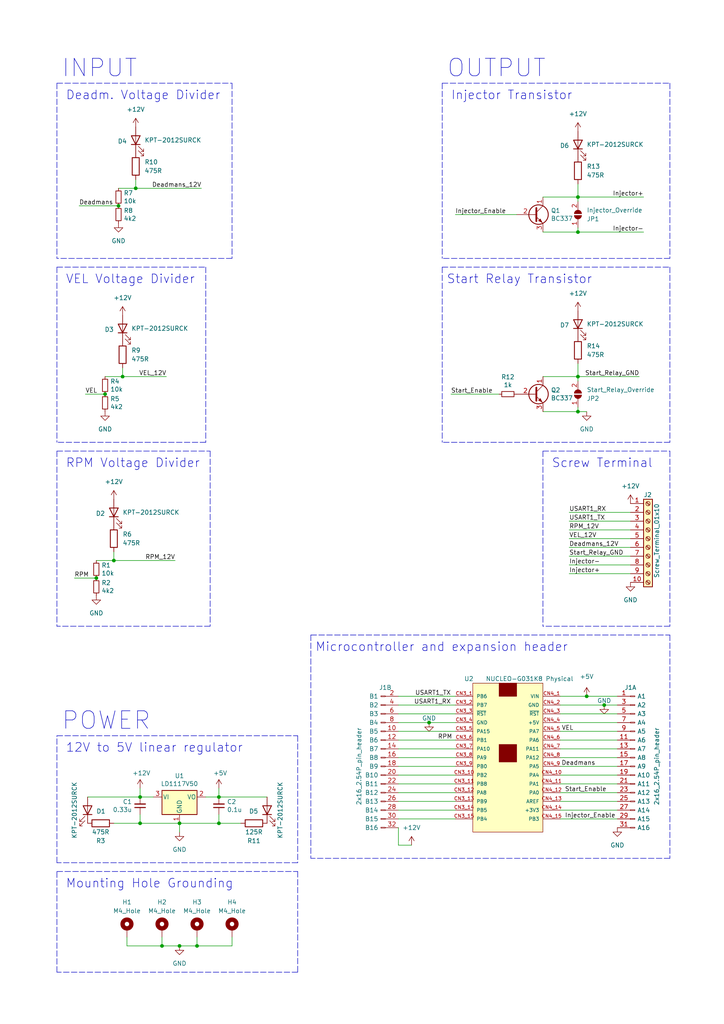
<source format=kicad_sch>
(kicad_sch (version 20211123) (generator eeschema)
  (paper "A4" portrait)
  (lib_symbols
    (symbol "2x16_2.54P_pin_header_1" (pin_names (offset 2))
      (property "Reference" "J" (at -3.81 2.54 0))
      (property "Value" "2x16_2.54P_pin_header_1" (at 10.16 2.54 0))
      (symbol "2x16_2.54P_pin_header_1_1_1"
        (rectangle (start 2.54 -39.243) (end 3.81 -39.497) (stroke (width 0.1524)))
        (rectangle (start 2.54 -36.703) (end 3.81 -36.957) (stroke (width 0.1524)))
        (rectangle (start 2.54 -34.163) (end 3.81 -34.417) (stroke (width 0.1524)))
        (rectangle (start 2.54 -31.623) (end 3.81 -31.877) (stroke (width 0.1524)))
        (rectangle (start 2.54 -29.083) (end 3.81 -29.337) (stroke (width 0.1524)))
        (rectangle (start 2.54 -26.543) (end 3.81 -26.797) (stroke (width 0.1524)))
        (rectangle (start 2.54 -24.003) (end 3.81 -24.257) (stroke (width 0.1524)))
        (rectangle (start 2.54 -21.463) (end 3.81 -21.717) (stroke (width 0.1524)))
        (rectangle (start 2.54 -18.923) (end 3.81 -19.177) (stroke (width 0.1524)))
        (rectangle (start 2.54 -16.383) (end 3.81 -16.637) (stroke (width 0.1524)))
        (rectangle (start 2.54 -13.843) (end 3.81 -14.097) (stroke (width 0.1524)))
        (rectangle (start 2.54 -11.303) (end 3.81 -11.557) (stroke (width 0.1524)))
        (rectangle (start 2.54 -8.763) (end 3.81 -9.017) (stroke (width 0.1524)))
        (rectangle (start 2.54 -6.223) (end 3.81 -6.477) (stroke (width 0.1524)))
        (rectangle (start 2.54 -3.683) (end 3.81 -3.937) (stroke (width 0.1524)))
        (rectangle (start 2.54 -1.143) (end 3.81 -1.397) (stroke (width 0.1524)))
        (pin passive line (at -1.27 -1.27 0) (length 3.81) (name "A1") (number "1"))
        (pin passive line (at -1.27 -13.97 0) (length 3.81) (name "A6") (number "11"))
        (pin passive line (at -1.27 -16.51 0) (length 3.81) (name "A7") (number "13"))
        (pin passive line (at -1.27 -19.05 0) (length 3.81) (name "A8") (number "15"))
        (pin passive line (at -1.27 -21.59 0) (length 3.81) (name "A9") (number "17"))
        (pin passive line (at -1.27 -24.13 0) (length 3.81) (name "A10") (number "19"))
        (pin passive line (at -1.27 -26.67 0) (length 3.81) (name "A11") (number "21"))
        (pin passive line (at -1.27 -29.21 0) (length 3.81) (name "A12") (number "23"))
        (pin passive line (at -1.27 -31.75 0) (length 3.81) (name "A13") (number "25"))
        (pin passive line (at -1.27 -34.29 0) (length 3.81) (name "A14") (number "27"))
        (pin passive line (at -1.27 -36.83 0) (length 3.81) (name "A15") (number "29"))
        (pin passive line (at -1.27 -3.81 0) (length 3.81) (name "A2") (number "3"))
        (pin passive line (at -1.27 -39.37 0) (length 3.81) (name "A16") (number "31"))
        (pin passive line (at -1.27 -6.35 0) (length 3.81) (name "A3") (number "5"))
        (pin passive line (at -1.27 -8.89 0) (length 3.81) (name "A4") (number "7"))
        (pin passive line (at -1.27 -11.43 0) (length 3.81) (name "A5") (number "9"))
      )
      (symbol "2x16_2.54P_pin_header_1_2_1"
        (rectangle (start 2.54 -39.243) (end 3.81 -39.497) (stroke (width 0.1524)))
        (rectangle (start 2.54 -36.703) (end 3.81 -36.957) (stroke (width 0.1524)))
        (rectangle (start 2.54 -34.163) (end 3.81 -34.417) (stroke (width 0.1524)))
        (rectangle (start 2.54 -31.623) (end 3.81 -31.877) (stroke (width 0.1524)))
        (rectangle (start 2.54 -29.083) (end 3.81 -29.337) (stroke (width 0.1524)))
        (rectangle (start 2.54 -26.543) (end 3.81 -26.797) (stroke (width 0.1524)))
        (rectangle (start 2.54 -24.003) (end 3.81 -24.257) (stroke (width 0.1524)))
        (rectangle (start 2.54 -21.463) (end 3.81 -21.717) (stroke (width 0.1524)))
        (rectangle (start 2.54 -18.923) (end 3.81 -19.177) (stroke (width 0.1524)))
        (rectangle (start 2.54 -16.383) (end 3.81 -16.637) (stroke (width 0.1524)))
        (rectangle (start 2.54 -13.843) (end 3.81 -14.097) (stroke (width 0.1524)))
        (rectangle (start 2.54 -11.303) (end 3.81 -11.557) (stroke (width 0.1524)))
        (rectangle (start 2.54 -8.763) (end 3.81 -9.017) (stroke (width 0.1524)))
        (rectangle (start 2.54 -6.223) (end 3.81 -6.477) (stroke (width 0.1524)))
        (rectangle (start 2.54 -3.683) (end 3.81 -3.937) (stroke (width 0.1524)))
        (rectangle (start 2.54 -1.143) (end 3.81 -1.397) (stroke (width 0.1524)))
        (pin passive line (at -1.27 -11.43 0) (length 3.81) (name "B5") (number "10"))
        (pin passive line (at -1.27 -13.97 0) (length 3.81) (name "B6") (number "12"))
        (pin passive line (at -1.27 -16.51 0) (length 3.81) (name "B7") (number "14"))
        (pin passive line (at -1.27 -19.05 0) (length 3.81) (name "B8") (number "16"))
        (pin passive line (at -1.27 -21.59 0) (length 3.81) (name "B9") (number "18"))
        (pin passive line (at -1.27 -1.27 0) (length 3.81) (name "B1") (number "2"))
        (pin passive line (at -1.27 -24.13 0) (length 3.81) (name "B10") (number "20"))
        (pin passive line (at -1.27 -26.67 0) (length 3.81) (name "B11") (number "22"))
        (pin passive line (at -1.27 -29.21 0) (length 3.81) (name "B12") (number "24"))
        (pin passive line (at -1.27 -31.75 0) (length 3.81) (name "B13") (number "26"))
        (pin passive line (at -1.27 -34.29 0) (length 3.81) (name "B14") (number "28"))
        (pin passive line (at -1.27 -36.83 0) (length 3.81) (name "B15") (number "30"))
        (pin passive line (at -1.27 -39.37 0) (length 3.81) (name "B16") (number "32"))
        (pin passive line (at -1.27 -3.81 0) (length 3.81) (name "B2") (number "4"))
        (pin passive line (at -1.27 -6.35 0) (length 3.81) (name "B3") (number "6"))
        (pin passive line (at -1.27 -8.89 0) (length 3.81) (name "B4") (number "8"))
      )
    )
    (symbol "Device:LED" (pin_numbers hide) (pin_names (offset 1.016) hide)
      (property "Reference" "D" (at 0 2.54 0))
      (property "Value" "LED" (at 0 -2.54 0))
      (symbol "LED_0_1"
        (polyline (pts (xy -1.27 -1.27) (xy -1.27 1.27)) (stroke (width 0.254)))
        (polyline (pts (xy -1.27 0) (xy 1.27 0)))
        (polyline (pts (xy 1.27 -1.27) (xy 1.27 1.27) (xy -1.27 0) (xy 1.27 -1.27)) (stroke (width 0.254)))
        (polyline (pts (xy -3.048 -0.762) (xy -4.572 -2.286) (xy -3.81 -2.286) (xy -4.572 -2.286) (xy -4.572 -1.524)))
        (polyline (pts (xy -1.778 -0.762) (xy -3.302 -2.286) (xy -2.54 -2.286) (xy -3.302 -2.286) (xy -3.302 -1.524)))
      )
      (symbol "LED_1_1"
        (pin passive line (at -3.81 0 0) (length 2.54) (name "K") (number "1"))
        (pin passive line (at 3.81 0 180) (length 2.54) (name "A") (number "2"))
      )
    )
    (symbol "Device:R" (pin_numbers hide) (pin_names (offset 0))
      (property "Reference" "R" (at 2.032 0 90))
      (property "Value" "R" (at 0 0 90))
      (symbol "R_0_1"
        (rectangle (start -1.016 -2.54) (end 1.016 2.54) (stroke (width 0.254)))
      )
      (symbol "R_1_1"
        (pin passive line (at 0 3.81 270) (length 1.27) (name "~") (number "1"))
        (pin passive line (at 0 -3.81 90) (length 1.27) (name "~") (number "2"))
      )
    )
    (symbol "Device:R_Small" (pin_numbers hide) (pin_names (offset 0.254) hide)
      (property "Reference" "R" (at 0.762 0.508 0))
      (property "Value" "R_Small" (at 0.762 -1.016 0))
      (symbol "R_Small_0_1"
        (rectangle (start -0.762 1.778) (end 0.762 -1.778) (stroke (width 0.2032)))
      )
      (symbol "R_Small_1_1"
        (pin passive line (at 0 2.54 270) (length 0.762) (name "~") (number "1"))
        (pin passive line (at 0 -2.54 90) (length 0.762) (name "~") (number "2"))
      )
    )
    (symbol "Jumper:SolderJumper_2_Open" (pin_names (offset 0) hide)
      (property "Reference" "JP" (at 0 2.032 0))
      (property "Value" "SolderJumper_2_Open" (at 0 -2.54 0))
      (symbol "SolderJumper_2_Open_0_1"
        (arc (start -0.254 1.016) (mid -1.27 0) (end -0.254 -1.016))
        (arc (start -0.254 1.016) (mid -1.27 0) (end -0.254 -1.016) (fill (type outline)))
        (polyline (pts (xy -0.254 1.016) (xy -0.254 -1.016)))
        (polyline (pts (xy 0.254 1.016) (xy 0.254 -1.016)))
        (arc (start 0.254 -1.016) (mid 1.27 0) (end 0.254 1.016))
        (arc (start 0.254 -1.016) (mid 1.27 0) (end 0.254 1.016) (fill (type outline)))
      )
      (symbol "SolderJumper_2_Open_1_1"
        (pin passive line (at -3.81 0 0) (length 2.54) (name "A") (number "1"))
        (pin passive line (at 3.81 0 180) (length 2.54) (name "B") (number "2"))
      )
    )
    (symbol "Motorrumsstyrning-rescue:+12V-power" (power) (pin_names (offset 0))
      (property "Value" "+12V-power" (at 0 3.556 0))
      (symbol "+12V-power_0_1"
        (polyline (pts (xy -0.762 1.27) (xy 0 2.54)))
        (polyline (pts (xy 0 0) (xy 0 2.54)))
        (polyline (pts (xy 0 2.54) (xy 0.762 1.27)))
      )
      (symbol "+12V-power_1_1"
        (pin power_in line (at 0 0 90) (length 0) hide (name "+12V") (number "1"))
      )
    )
    (symbol "Motorrumsstyrning-rescue:+5V-power" (power) (pin_names (offset 0))
      (property "Value" "+5V-power" (at 0 3.556 0))
      (symbol "+5V-power_0_1"
        (polyline (pts (xy -0.762 1.27) (xy 0 2.54)))
        (polyline (pts (xy 0 0) (xy 0 2.54)))
        (polyline (pts (xy 0 2.54) (xy 0.762 1.27)))
      )
      (symbol "+5V-power_1_1"
        (pin power_in line (at 0 0 90) (length 0) hide (name "+5V") (number "1"))
      )
    )
    (symbol "Motorrumsstyrning-rescue:C_Small-Device" (pin_numbers hide) (pin_names (offset 0.254) hide)
      (property "Reference" "C" (at 0.254 1.778 0))
      (property "Value" "C_Small-Device" (at 0.254 -2.032 0))
      (symbol "C_Small-Device_0_1"
        (polyline (pts (xy -1.524 -0.508) (xy 1.524 -0.508)) (stroke (width 0.3302)))
        (polyline (pts (xy -1.524 0.508) (xy 1.524 0.508)) (stroke (width 0.3048)))
      )
      (symbol "C_Small-Device_1_1"
        (pin passive line (at 0 2.54 270) (length 2.032) (name "~") (number "1"))
        (pin passive line (at 0 -2.54 90) (length 2.032) (name "~") (number "2"))
      )
    )
    (symbol "Motorrumsstyrning-rescue:LM1084-5.0-Regulator_Linear" (pin_names (offset 0.254))
      (property "Reference" "U" (at -3.81 3.175 0))
      (property "Value" "LM1084-5.0-Regulator_Linear" (at 0 3.175 0))
      (symbol "LM1084-5.0-Regulator_Linear_0_1"
        (rectangle (start -5.08 1.905) (end 5.08 -5.08) (stroke (width 0.254)) (fill (type background)))
      )
      (symbol "LM1084-5.0-Regulator_Linear_1_1"
        (pin power_in line (at 0 -7.62 90) (length 2.54) (name "GND") (number "1"))
        (pin power_out line (at 7.62 0 180) (length 2.54) (name "VO") (number "2"))
        (pin power_in line (at -7.62 0 0) (length 2.54) (name "VI") (number "3"))
      )
    )
    (symbol "Motorrumsstyrning-rescue:MountingHole_Pad-Mechanical" (pin_numbers hide) (pin_names (offset 1.016) hide)
      (property "Reference" "H" (at 0 6.35 0))
      (property "Value" "MountingHole_Pad-Mechanical" (at 0 4.445 0))
      (symbol "MountingHole_Pad-Mechanical_0_1"
        (circle (center 0 1.27) (radius 1.27) (stroke (width 1.27)))
      )
      (symbol "MountingHole_Pad-Mechanical_1_1"
        (pin input line (at 0 -2.54 90) (length 2.54) (name "1") (number "1"))
      )
    )
    (symbol "Motorrumsstyrning-rescue:R_Small-Device" (pin_numbers hide) (pin_names (offset 0.254) hide)
      (property "Reference" "R" (at 0.762 0.508 0))
      (property "Value" "R_Small-Device" (at 0.762 -1.016 0))
      (symbol "R_Small-Device_0_1"
        (rectangle (start -0.762 1.778) (end 0.762 -1.778) (stroke (width 0.2032)))
      )
      (symbol "R_Small-Device_1_1"
        (pin passive line (at 0 2.54 270) (length 0.762) (name "~") (number "1"))
        (pin passive line (at 0 -2.54 90) (length 0.762) (name "~") (number "2"))
      )
    )
    (symbol "Motorrumsstyrning-rescue:Screw_Terminal_01x10-Connector" (pin_names (offset 1.016) hide)
      (property "Reference" "J" (at 0 12.7 0))
      (property "Value" "Screw_Terminal_01x10-Connector" (at 0 -15.24 0))
      (symbol "Screw_Terminal_01x10-Connector_1_1"
        (rectangle (start -1.27 11.43) (end 1.27 -13.97) (stroke (width 0.254)) (fill (type background)))
        (circle (center 0 -12.7) (radius 0.635) (stroke (width 0.1524)))
        (circle (center 0 -10.16) (radius 0.635) (stroke (width 0.1524)))
        (circle (center 0 -7.62) (radius 0.635) (stroke (width 0.1524)))
        (circle (center 0 -5.08) (radius 0.635) (stroke (width 0.1524)))
        (circle (center 0 -2.54) (radius 0.635) (stroke (width 0.1524)))
        (polyline (pts (xy -0.5334 -12.3698) (xy 0.3302 -13.208)) (stroke (width 0.1524)))
        (polyline (pts (xy -0.5334 -9.8298) (xy 0.3302 -10.668)) (stroke (width 0.1524)))
        (polyline (pts (xy -0.5334 -7.2898) (xy 0.3302 -8.128)) (stroke (width 0.1524)))
        (polyline (pts (xy -0.5334 -4.7498) (xy 0.3302 -5.588)) (stroke (width 0.1524)))
        (polyline (pts (xy -0.5334 -2.2098) (xy 0.3302 -3.048)) (stroke (width 0.1524)))
        (polyline (pts (xy -0.5334 0.3302) (xy 0.3302 -0.508)) (stroke (width 0.1524)))
        (polyline (pts (xy -0.5334 2.8702) (xy 0.3302 2.032)) (stroke (width 0.1524)))
        (polyline (pts (xy -0.5334 5.4102) (xy 0.3302 4.572)) (stroke (width 0.1524)))
        (polyline (pts (xy -0.5334 7.9502) (xy 0.3302 7.112)) (stroke (width 0.1524)))
        (polyline (pts (xy -0.5334 10.4902) (xy 0.3302 9.652)) (stroke (width 0.1524)))
        (polyline (pts (xy -0.3556 -12.192) (xy 0.508 -13.0302)) (stroke (width 0.1524)))
        (polyline (pts (xy -0.3556 -9.652) (xy 0.508 -10.4902)) (stroke (width 0.1524)))
        (polyline (pts (xy -0.3556 -7.112) (xy 0.508 -7.9502)) (stroke (width 0.1524)))
        (polyline (pts (xy -0.3556 -4.572) (xy 0.508 -5.4102)) (stroke (width 0.1524)))
        (polyline (pts (xy -0.3556 -2.032) (xy 0.508 -2.8702)) (stroke (width 0.1524)))
        (polyline (pts (xy -0.3556 0.508) (xy 0.508 -0.3302)) (stroke (width 0.1524)))
        (polyline (pts (xy -0.3556 3.048) (xy 0.508 2.2098)) (stroke (width 0.1524)))
        (polyline (pts (xy -0.3556 5.588) (xy 0.508 4.7498)) (stroke (width 0.1524)))
        (polyline (pts (xy -0.3556 8.128) (xy 0.508 7.2898)) (stroke (width 0.1524)))
        (polyline (pts (xy -0.3556 10.668) (xy 0.508 9.8298)) (stroke (width 0.1524)))
        (circle (center 0 0) (radius 0.635) (stroke (width 0.1524)))
        (circle (center 0 2.54) (radius 0.635) (stroke (width 0.1524)))
        (circle (center 0 5.08) (radius 0.635) (stroke (width 0.1524)))
        (circle (center 0 7.62) (radius 0.635) (stroke (width 0.1524)))
        (circle (center 0 10.16) (radius 0.635) (stroke (width 0.1524)))
        (pin passive line (at -5.08 10.16 0) (length 3.81) (name "Pin_1") (number "1"))
        (pin passive line (at -5.08 -12.7 0) (length 3.81) (name "Pin_10") (number "10"))
        (pin passive line (at -5.08 7.62 0) (length 3.81) (name "Pin_2") (number "2"))
        (pin passive line (at -5.08 5.08 0) (length 3.81) (name "Pin_3") (number "3"))
        (pin passive line (at -5.08 2.54 0) (length 3.81) (name "Pin_4") (number "4"))
        (pin passive line (at -5.08 0 0) (length 3.81) (name "Pin_5") (number "5"))
        (pin passive line (at -5.08 -2.54 0) (length 3.81) (name "Pin_6") (number "6"))
        (pin passive line (at -5.08 -5.08 0) (length 3.81) (name "Pin_7") (number "7"))
        (pin passive line (at -5.08 -7.62 0) (length 3.81) (name "Pin_8") (number "8"))
        (pin passive line (at -5.08 -10.16 0) (length 3.81) (name "Pin_9") (number "9"))
      )
    )
    (symbol "Transistor_BJT:BC337" (pin_names (offset 0) hide)
      (property "Reference" "Q" (at 5.08 1.905 0))
      (property "Value" "BC337" (at 5.08 0 0))
      (symbol "BC337_0_1"
        (polyline (pts (xy 0 0) (xy 0.635 0)))
        (polyline (pts (xy 0.635 0.635) (xy 2.54 2.54)))
        (polyline (pts (xy 0.635 -0.635) (xy 2.54 -2.54) (xy 2.54 -2.54)))
        (polyline (pts (xy 0.635 1.905) (xy 0.635 -1.905) (xy 0.635 -1.905)) (stroke (width 0.508)))
        (polyline (pts (xy 1.27 -1.778) (xy 1.778 -1.27) (xy 2.286 -2.286) (xy 1.27 -1.778) (xy 1.27 -1.778)) (fill (type outline)))
        (circle (center 1.27 0) (radius 2.8194) (stroke (width 0.254)))
      )
      (symbol "BC337_1_1"
        (pin passive line (at 2.54 5.08 270) (length 2.54) (name "C") (number "1"))
        (pin input line (at -5.08 0 0) (length 5.08) (name "B") (number "2"))
        (pin passive line (at 2.54 -5.08 90) (length 2.54) (name "E") (number "3"))
      )
    )
    (symbol "Vera-MRS-21:2x16_2.54P_pin_header" (pin_names (offset 2))
      (property "Reference" "J" (at -3.81 2.54 0))
      (property "Value" "2x16_2.54P_pin_header" (at 10.16 2.54 0))
      (symbol "2x16_2.54P_pin_header_1_1"
        (rectangle (start 2.54 -39.243) (end 3.81 -39.497) (stroke (width 0.1524)))
        (rectangle (start 2.54 -36.703) (end 3.81 -36.957) (stroke (width 0.1524)))
        (rectangle (start 2.54 -34.163) (end 3.81 -34.417) (stroke (width 0.1524)))
        (rectangle (start 2.54 -31.623) (end 3.81 -31.877) (stroke (width 0.1524)))
        (rectangle (start 2.54 -29.083) (end 3.81 -29.337) (stroke (width 0.1524)))
        (rectangle (start 2.54 -26.543) (end 3.81 -26.797) (stroke (width 0.1524)))
        (rectangle (start 2.54 -24.003) (end 3.81 -24.257) (stroke (width 0.1524)))
        (rectangle (start 2.54 -21.463) (end 3.81 -21.717) (stroke (width 0.1524)))
        (rectangle (start 2.54 -18.923) (end 3.81 -19.177) (stroke (width 0.1524)))
        (rectangle (start 2.54 -16.383) (end 3.81 -16.637) (stroke (width 0.1524)))
        (rectangle (start 2.54 -13.843) (end 3.81 -14.097) (stroke (width 0.1524)))
        (rectangle (start 2.54 -11.303) (end 3.81 -11.557) (stroke (width 0.1524)))
        (rectangle (start 2.54 -8.763) (end 3.81 -9.017) (stroke (width 0.1524)))
        (rectangle (start 2.54 -6.223) (end 3.81 -6.477) (stroke (width 0.1524)))
        (rectangle (start 2.54 -3.683) (end 3.81 -3.937) (stroke (width 0.1524)))
        (rectangle (start 2.54 -1.143) (end 3.81 -1.397) (stroke (width 0.1524)))
        (pin passive line (at -1.27 -1.27 0) (length 3.81) (name "A1") (number "1"))
        (pin passive line (at -1.27 -13.97 0) (length 3.81) (name "A6") (number "11"))
        (pin passive line (at -1.27 -16.51 0) (length 3.81) (name "A7") (number "13"))
        (pin passive line (at -1.27 -19.05 0) (length 3.81) (name "A8") (number "15"))
        (pin passive line (at -1.27 -21.59 0) (length 3.81) (name "A9") (number "17"))
        (pin passive line (at -1.27 -24.13 0) (length 3.81) (name "A10") (number "19"))
        (pin passive line (at -1.27 -26.67 0) (length 3.81) (name "A11") (number "21"))
        (pin passive line (at -1.27 -29.21 0) (length 3.81) (name "A12") (number "23"))
        (pin passive line (at -1.27 -31.75 0) (length 3.81) (name "A13") (number "25"))
        (pin passive line (at -1.27 -34.29 0) (length 3.81) (name "A14") (number "27"))
        (pin passive line (at -1.27 -36.83 0) (length 3.81) (name "A15") (number "29"))
        (pin passive line (at -1.27 -3.81 0) (length 3.81) (name "A2") (number "3"))
        (pin passive line (at -1.27 -39.37 0) (length 3.81) (name "A16") (number "31"))
        (pin passive line (at -1.27 -6.35 0) (length 3.81) (name "A3") (number "5"))
        (pin passive line (at -1.27 -8.89 0) (length 3.81) (name "A4") (number "7"))
        (pin passive line (at -1.27 -11.43 0) (length 3.81) (name "A5") (number "9"))
      )
      (symbol "2x16_2.54P_pin_header_2_1"
        (rectangle (start 2.54 -39.243) (end 3.81 -39.497) (stroke (width 0.1524)))
        (rectangle (start 2.54 -36.703) (end 3.81 -36.957) (stroke (width 0.1524)))
        (rectangle (start 2.54 -34.163) (end 3.81 -34.417) (stroke (width 0.1524)))
        (rectangle (start 2.54 -31.623) (end 3.81 -31.877) (stroke (width 0.1524)))
        (rectangle (start 2.54 -29.083) (end 3.81 -29.337) (stroke (width 0.1524)))
        (rectangle (start 2.54 -26.543) (end 3.81 -26.797) (stroke (width 0.1524)))
        (rectangle (start 2.54 -24.003) (end 3.81 -24.257) (stroke (width 0.1524)))
        (rectangle (start 2.54 -21.463) (end 3.81 -21.717) (stroke (width 0.1524)))
        (rectangle (start 2.54 -18.923) (end 3.81 -19.177) (stroke (width 0.1524)))
        (rectangle (start 2.54 -16.383) (end 3.81 -16.637) (stroke (width 0.1524)))
        (rectangle (start 2.54 -13.843) (end 3.81 -14.097) (stroke (width 0.1524)))
        (rectangle (start 2.54 -11.303) (end 3.81 -11.557) (stroke (width 0.1524)))
        (rectangle (start 2.54 -8.763) (end 3.81 -9.017) (stroke (width 0.1524)))
        (rectangle (start 2.54 -6.223) (end 3.81 -6.477) (stroke (width 0.1524)))
        (rectangle (start 2.54 -3.683) (end 3.81 -3.937) (stroke (width 0.1524)))
        (rectangle (start 2.54 -1.143) (end 3.81 -1.397) (stroke (width 0.1524)))
        (pin passive line (at -1.27 -11.43 0) (length 3.81) (name "B5") (number "10"))
        (pin passive line (at -1.27 -13.97 0) (length 3.81) (name "B6") (number "12"))
        (pin passive line (at -1.27 -16.51 0) (length 3.81) (name "B7") (number "14"))
        (pin passive line (at -1.27 -19.05 0) (length 3.81) (name "B8") (number "16"))
        (pin passive line (at -1.27 -21.59 0) (length 3.81) (name "B9") (number "18"))
        (pin passive line (at -1.27 -1.27 0) (length 3.81) (name "B1") (number "2"))
        (pin passive line (at -1.27 -24.13 0) (length 3.81) (name "B10") (number "20"))
        (pin passive line (at -1.27 -26.67 0) (length 3.81) (name "B11") (number "22"))
        (pin passive line (at -1.27 -29.21 0) (length 3.81) (name "B12") (number "24"))
        (pin passive line (at -1.27 -31.75 0) (length 3.81) (name "B13") (number "26"))
        (pin passive line (at -1.27 -34.29 0) (length 3.81) (name "B14") (number "28"))
        (pin passive line (at -1.27 -36.83 0) (length 3.81) (name "B15") (number "30"))
        (pin passive line (at -1.27 -39.37 0) (length 3.81) (name "B16") (number "32"))
        (pin passive line (at -1.27 -3.81 0) (length 3.81) (name "B2") (number "4"))
        (pin passive line (at -1.27 -6.35 0) (length 3.81) (name "B3") (number "6"))
        (pin passive line (at -1.27 -8.89 0) (length 3.81) (name "B4") (number "8"))
      )
    )
    (symbol "Vera-MRS-21:NUCLEO-G031K8 Physical" (pin_names (offset 1.016))
      (property "Reference" "U" (at -11.43 18.542 0))
      (property "Value" "NUCLEO-G031K8 Physical" (at 8.89 19.05 0))
      (symbol "NUCLEO-G031K8 Physical_0_0"
        (rectangle (start -10.16 -25.4) (end 10.16 17.78) (stroke (width 0.1524)) (fill (type background)))
        (pin bidirectional line (at -15.24 13.97 0) (length 5.08) (name "PB6") (number "CN3_1"))
        (pin bidirectional line (at -15.24 -8.89 0) (length 5.08) (name "PB2") (number "CN3_10"))
        (pin bidirectional line (at -15.24 -11.43 0) (length 5.08) (name "PB8") (number "CN3_11"))
        (pin bidirectional line (at -15.24 -13.97 0) (length 5.08) (name "PA8") (number "CN3_12"))
        (pin bidirectional line (at -15.24 -16.51 0) (length 5.08) (name "PB9") (number "CN3_13"))
        (pin bidirectional line (at -15.24 -19.05 0) (length 5.08) (name "PB5") (number "CN3_14"))
        (pin bidirectional line (at -15.24 -21.59 0) (length 5.08) (name "PB4") (number "CN3_15"))
        (pin bidirectional line (at -15.24 11.43 0) (length 5.08) (name "PB7") (number "CN3_2"))
        (pin bidirectional line (at -15.24 8.89 0) (length 5.08) (name "~{RST}") (number "CN3_3"))
        (pin power_in line (at -15.24 6.35 0) (length 5.08) (name "GND") (number "CN3_4"))
        (pin bidirectional line (at -15.24 3.81 0) (length 5.08) (name "PA15") (number "CN3_5"))
        (pin bidirectional line (at -15.24 1.27 0) (length 5.08) (name "PB1") (number "CN3_6"))
        (pin bidirectional line (at -15.24 -1.27 0) (length 5.08) (name "PA10") (number "CN3_7"))
        (pin bidirectional line (at -15.24 -3.81 0) (length 5.08) (name "PA9") (number "CN3_8"))
        (pin bidirectional line (at -15.24 -6.35 0) (length 5.08) (name "PB0") (number "CN3_9"))
        (pin input line (at 15.24 13.97 180) (length 5.08) (name "VIN") (number "CN4_1"))
        (pin bidirectional line (at 15.24 -8.89 180) (length 5.08) (name "PA4") (number "CN4_10"))
        (pin bidirectional line (at 15.24 -11.43 180) (length 5.08) (name "PA1") (number "CN4_11"))
        (pin bidirectional line (at 15.24 -13.97 180) (length 5.08) (name "PA0") (number "CN4_12"))
        (pin bidirectional line (at 15.24 -16.51 180) (length 5.08) (name "AREF") (number "CN4_13"))
        (pin power_in line (at 15.24 -19.05 180) (length 5.08) (name "+3V3") (number "CN4_14"))
        (pin bidirectional line (at 15.24 -21.59 180) (length 5.08) (name "PB3") (number "CN4_15"))
        (pin power_in line (at 15.24 11.43 180) (length 5.08) (name "GND") (number "CN4_2"))
        (pin bidirectional line (at 15.24 8.89 180) (length 5.08) (name "~{RST}") (number "CN4_3"))
        (pin power_in line (at 15.24 6.35 180) (length 5.08) (name "+5V") (number "CN4_4"))
        (pin bidirectional line (at 15.24 3.81 180) (length 5.08) (name "PA7") (number "CN4_5"))
        (pin bidirectional line (at 15.24 1.27 180) (length 5.08) (name "PA6") (number "CN4_6"))
        (pin bidirectional line (at 15.24 -1.27 180) (length 5.08) (name "PA11") (number "CN4_7"))
        (pin bidirectional line (at 15.24 -3.81 180) (length 5.08) (name "PA12") (number "CN4_8"))
        (pin bidirectional line (at 15.24 -6.35 180) (length 5.08) (name "PA5") (number "CN4_9"))
      )
      (symbol "NUCLEO-G031K8 Physical_0_1"
        (rectangle (start -2.54 0) (end 2.54 -5.08) (fill (type outline)))
        (rectangle (start -2.54 17.78) (end 2.54 13.97) (fill (type outline)))
      )
    )
    (symbol "power:+12V" (power) (pin_names (offset 0))
      (property "Value" "+12V" (at 0 3.556 0))
      (symbol "+12V_0_1"
        (polyline (pts (xy -0.762 1.27) (xy 0 2.54)))
        (polyline (pts (xy 0 0) (xy 0 2.54)))
        (polyline (pts (xy 0 2.54) (xy 0.762 1.27)))
      )
      (symbol "+12V_1_1"
        (pin power_in line (at 0 0 90) (length 0) hide (name "+12V") (number "1"))
      )
    )
    (symbol "power:+5V" (power) (pin_names (offset 0))
      (property "Value" "+5V" (at 0 3.556 0))
      (symbol "+5V_0_1"
        (polyline (pts (xy -0.762 1.27) (xy 0 2.54)))
        (polyline (pts (xy 0 0) (xy 0 2.54)))
        (polyline (pts (xy 0 2.54) (xy 0.762 1.27)))
      )
      (symbol "+5V_1_1"
        (pin power_in line (at 0 0 90) (length 0) hide (name "+5V") (number "1"))
      )
    )
    (symbol "power:GND" (power) (pin_names (offset 0))
      (property "Value" "GND" (at 0 -3.81 0))
      (symbol "GND_0_1"
        (polyline (pts (xy 0 0) (xy 0 -1.27) (xy 1.27 -1.27) (xy 0 -2.54) (xy -1.27 -1.27) (xy 0 -1.27)))
      )
      (symbol "GND_1_1"
        (pin power_in line (at 0 0 270) (length 0) hide (name "GND") (number "1"))
      )
    )
  )
  (junction (at 167.64 109.22))
  (junction (at 124.46 209.55))
  (junction (at 175.26 204.47))
  (junction (at 40.64 238.76))
  (junction (at 63.5 238.76))
  (junction (at 167.64 67.31))
  (junction (at 35.56 109.22))
  (junction (at 34.3781 59.69))
  (junction (at 167.64 119.38))
  (junction (at 30.48 114.3))
  (junction (at 39.37 54.61))
  (junction (at 167.64 57.15))
  (junction (at 63.5 231.14))
  (junction (at 33.02 162.56))
  (junction (at 52.07 274.32))
  (junction (at 170.18 201.93))
  (junction (at 40.64 231.14))
  (junction (at 27.94 167.64))
  (junction (at 57.15 274.32))
  (junction (at 52.07 238.76))
  (junction (at 46.99 274.32))
  (wire (pts (xy 162.56 224.79) (xy 179.07 224.79)))
  (polyline (pts (xy 16.51 213.36) (xy 86.36 213.36)))
  (wire (pts (xy 167.64 57.15) (xy 167.64 58.42)))
  (wire (pts (xy 52.07 238.76) (xy 63.5 238.76)))
  (polyline (pts (xy 86.36 252.73) (xy 86.36 281.94)))
  (polyline (pts (xy 16.51 252.73) (xy 86.36 252.73)))
  (wire (pts (xy 162.56 201.93) (xy 170.18 201.93)))
  (polyline (pts (xy 86.36 281.94) (xy 16.51 281.94)))
  (wire (pts (xy 63.5 231.14) (xy 59.69 231.14)))
  (wire (pts (xy 167.64 109.22) (xy 167.64 110.49)))
  (wire (pts (xy 34.3781 54.61) (xy 39.37 54.61)))
  (wire (pts (xy 115.57 217.17) (xy 132.08 217.17)))
  (wire (pts (xy 165.1 156.21) (xy 182.88 156.21)))
  (wire (pts (xy 115.57 222.25) (xy 132.08 222.25)))
  (wire (pts (xy 33.02 162.56) (xy 50.8 162.56)))
  (wire (pts (xy 165.1 166.37) (xy 182.88 166.37)))
  (wire (pts (xy 63.5 238.76) (xy 69.85 238.76)))
  (wire (pts (xy 132.08 62.23) (xy 149.86 62.23)))
  (wire (pts (xy 167.64 109.22) (xy 185.42 109.22)))
  (wire (pts (xy 167.64 53.34) (xy 167.64 57.15)))
  (wire (pts (xy 167.64 57.15) (xy 186.69 57.15)))
  (polyline (pts (xy 59.69 77.47) (xy 59.69 128.27)))
  (wire (pts (xy 162.56 209.55) (xy 179.07 209.55)))
  (wire (pts (xy 162.56 219.71) (xy 179.07 219.71)))
  (wire (pts (xy 115.57 227.33) (xy 132.08 227.33)))
  (wire (pts (xy 162.56 214.63) (xy 179.07 214.63)))
  (wire (pts (xy 162.56 229.87) (xy 179.07 229.87)))
  (wire (pts (xy 40.64 228.6) (xy 40.64 231.14)))
  (wire (pts (xy 165.1 153.67) (xy 182.88 153.67)))
  (wire (pts (xy 63.5 228.6) (xy 63.5 231.14)))
  (wire (pts (xy 35.56 106.68) (xy 35.56 109.22)))
  (wire (pts (xy 162.56 204.47) (xy 175.26 204.47)))
  (polyline (pts (xy 194.31 77.47) (xy 194.31 128.27)))
  (polyline (pts (xy 16.51 24.13) (xy 16.51 74.93)))
  (wire (pts (xy 25.4 231.14) (xy 40.64 231.14)))
  (wire (pts (xy 165.1 161.29) (xy 182.88 161.29)))
  (wire (pts (xy 63.5 231.14) (xy 77.47 231.14)))
  (polyline (pts (xy 128.27 77.47) (xy 128.27 128.27)))
  (wire (pts (xy 167.64 105.41) (xy 167.64 109.22)))
  (wire (pts (xy 167.64 66.04) (xy 167.64 67.31)))
  (polyline (pts (xy 59.69 128.27) (xy 16.51 128.27)))
  (polyline (pts (xy 86.36 250.19) (xy 16.51 250.19)))
  (polyline (pts (xy 60.96 181.61) (xy 16.51 181.61)))
  (wire (pts (xy 115.57 245.11) (xy 115.57 240.03)))
  (wire (pts (xy 46.99 274.32) (xy 52.07 274.32)))
  (wire (pts (xy 170.18 201.93) (xy 179.07 201.93)))
  (polyline (pts (xy 128.27 77.47) (xy 194.31 77.47)))
  (wire (pts (xy 115.57 212.09) (xy 132.08 212.09)))
  (wire (pts (xy 165.1 148.59) (xy 182.88 148.59)))
  (wire (pts (xy 165.1 158.75) (xy 182.88 158.75)))
  (wire (pts (xy 24.765 114.3) (xy 30.48 114.3)))
  (wire (pts (xy 115.57 232.41) (xy 132.08 232.41)))
  (polyline (pts (xy 86.36 213.36) (xy 86.36 250.19)))
  (wire (pts (xy 39.37 52.07) (xy 39.37 54.61)))
  (wire (pts (xy 162.56 217.17) (xy 179.07 217.17)))
  (wire (pts (xy 46.99 271.78) (xy 46.99 274.32)))
  (polyline (pts (xy 194.31 184.15) (xy 194.31 248.92)))
  (wire (pts (xy 115.57 207.01) (xy 132.08 207.01)))
  (wire (pts (xy 40.64 231.14) (xy 44.45 231.14)))
  (wire (pts (xy 115.57 224.79) (xy 132.08 224.79)))
  (wire (pts (xy 57.15 274.32) (xy 67.31 274.32)))
  (polyline (pts (xy 16.51 130.81) (xy 16.51 181.61)))
  (wire (pts (xy 22.9481 59.69) (xy 34.3781 59.69)))
  (wire (pts (xy 130.81 114.3) (xy 144.78 114.3)))
  (wire (pts (xy 157.48 57.15) (xy 167.64 57.15)))
  (polyline (pts (xy 16.51 77.47) (xy 59.69 77.47)))
  (polyline (pts (xy 16.51 77.47) (xy 16.51 128.27)))
  (wire (pts (xy 115.57 209.55) (xy 124.46 209.55)))
  (wire (pts (xy 115.57 234.95) (xy 132.08 234.95)))
  (polyline (pts (xy 157.48 130.81) (xy 194.31 130.81)))
  (wire (pts (xy 33.02 238.76) (xy 40.64 238.76)))
  (wire (pts (xy 35.56 109.22) (xy 48.26 109.22)))
  (wire (pts (xy 52.07 241.3) (xy 52.07 238.76)))
  (wire (pts (xy 162.56 232.41) (xy 179.07 232.41)))
  (wire (pts (xy 30.48 109.22) (xy 35.56 109.22)))
  (wire (pts (xy 162.56 222.25) (xy 179.07 222.25)))
  (wire (pts (xy 33.02 160.02) (xy 33.02 162.56)))
  (polyline (pts (xy 60.96 130.81) (xy 60.96 181.61)))
  (wire (pts (xy 167.64 119.38) (xy 170.18 119.38)))
  (polyline (pts (xy 67.31 74.93) (xy 16.51 74.93)))
  (wire (pts (xy 63.5 238.76) (xy 63.5 236.22)))
  (wire (pts (xy 21.59 167.64) (xy 27.94 167.64)))
  (wire (pts (xy 115.57 219.71) (xy 132.08 219.71)))
  (polyline (pts (xy 16.51 24.13) (xy 67.31 24.13)))
  (wire (pts (xy 115.57 237.49) (xy 132.08 237.49)))
  (wire (pts (xy 36.83 274.32) (xy 46.99 274.32)))
  (wire (pts (xy 157.48 67.31) (xy 167.64 67.31)))
  (polyline (pts (xy 16.51 250.19) (xy 16.51 213.36)))
  (wire (pts (xy 115.57 229.87) (xy 132.08 229.87)))
  (wire (pts (xy 115.57 214.63) (xy 132.08 214.63)))
  (wire (pts (xy 162.56 212.09) (xy 179.07 212.09)))
  (wire (pts (xy 162.56 234.95) (xy 179.07 234.95)))
  (wire (pts (xy 115.57 204.47) (xy 132.08 204.47)))
  (wire (pts (xy 157.48 119.38) (xy 167.64 119.38)))
  (polyline (pts (xy 90.17 184.15) (xy 194.31 184.15)))
  (polyline (pts (xy 194.31 128.27) (xy 128.27 128.27)))
  (wire (pts (xy 27.94 162.56) (xy 33.02 162.56)))
  (wire (pts (xy 124.46 209.55) (xy 132.08 209.55)))
  (wire (pts (xy 119.38 245.11) (xy 115.57 245.11)))
  (polyline (pts (xy 67.31 24.13) (xy 67.31 74.93)))
  (polyline (pts (xy 157.48 130.81) (xy 157.48 181.61)))
  (polyline (pts (xy 128.27 24.13) (xy 128.27 74.93)))
  (polyline (pts (xy 194.31 130.81) (xy 194.31 181.61)))
  (wire (pts (xy 39.37 54.61) (xy 58.42 54.61)))
  (polyline (pts (xy 194.31 248.92) (xy 90.17 248.92)))
  (wire (pts (xy 162.56 237.49) (xy 179.07 237.49)))
  (wire (pts (xy 165.1 151.13) (xy 182.88 151.13)))
  (wire (pts (xy 52.07 238.76) (xy 40.64 238.76)))
  (wire (pts (xy 167.64 118.11) (xy 167.64 119.38)))
  (wire (pts (xy 52.07 274.32) (xy 57.15 274.32)))
  (polyline (pts (xy 16.51 281.94) (xy 16.51 252.73)))
  (polyline (pts (xy 194.31 74.93) (xy 128.27 74.93)))
  (wire (pts (xy 162.56 227.33) (xy 179.07 227.33)))
  (polyline (pts (xy 194.31 181.61) (xy 157.48 181.61)))
  (wire (pts (xy 165.1 163.83) (xy 182.88 163.83)))
  (wire (pts (xy 40.64 238.76) (xy 40.64 236.22)))
  (polyline (pts (xy 90.17 184.15) (xy 90.17 248.92)))
  (wire (pts (xy 157.48 109.22) (xy 167.64 109.22)))
  (wire (pts (xy 167.64 67.31) (xy 186.69 67.31)))
  (wire (pts (xy 57.15 274.32) (xy 57.15 271.78)))
  (wire (pts (xy 67.31 274.32) (xy 67.31 271.78)))
  (wire (pts (xy 115.57 201.93) (xy 132.08 201.93)))
  (polyline (pts (xy 128.27 24.13) (xy 194.31 24.13)))
  (polyline (pts (xy 194.31 24.13) (xy 194.31 74.93)))
  (wire (pts (xy 175.26 204.47) (xy 179.07 204.47)))
  (polyline (pts (xy 16.51 130.81) (xy 60.96 130.81)))
  (wire (pts (xy 162.56 207.01) (xy 179.07 207.01)))
  (wire (pts (xy 36.83 271.78) (xy 36.83 274.32)))
  (text "Microcontroller and expansion header" (at 91.44 189.23 0) (effects (font (size 2.54 2.54)) (justify left bottom)))
  (text "INPUT" (at 17.78 22.86 0) (effects (font (size 5.08 5.08)) (justify left bottom)))
  (text "Screw Terminal" (at 160.02 135.89 0) (effects (font (size 2.54 2.54)) (justify left bottom)))
  (text "VEL Voltage Divider" (at 19.05 82.55 0) (effects (font (size 2.54 2.54)) (justify left bottom)))
  (text "12V to 5V linear regulator" (at 19.05 218.44 0) (effects (font (size 2.54 2.54)) (justify left bottom)))
  (text "Mounting Hole Grounding" (at 19.05 257.81 0) (effects (font (size 2.54 2.54)) (justify left bottom)))
  (text "Start Relay Transistor" (at 129.54 82.55 0) (effects (font (size 2.54 2.54)) (justify left bottom)))
  (text "OUTPUT" (at 129.54 22.86 0) (effects (font (size 5.08 5.08)) (justify left bottom)))
  (text "Injector Transistor" (at 130.81 29.21 0) (effects (font (size 2.54 2.54)) (justify left bottom)))
  (text "Deadm. Voltage Divider" (at 19.05 29.21 0) (effects (font (size 2.54 2.54)) (justify left bottom)))
  (text "RPM Voltage Divider" (at 19.05 135.89 0) (effects (font (size 2.54 2.54)) (justify left bottom)))
  (text "POWER" (at 17.78 212.09 0) (effects (font (size 5.08 5.08)) (justify left bottom)))
  (label "Injector_Enable" (at 132.08 62.23 0))
  (label "USART1_RX" (at 165.1 148.59 0))
  (label "VEL" (at 166.37 212.09 180))
  (label "Start_Relay_GND" (at 165.1 161.29 0))
  (label "Start_Enable" (at 163.83 229.87 0))
  (label "RPM_12V" (at 50.8 162.56 180))
  (label "VEL_12V" (at 165.1 156.21 0))
  (label "RPM" (at 127 214.63 0))
  (label "Injector+" (at 165.1 166.37 0))
  (label "Injector-" (at 186.69 67.31 180))
  (label "USART1_RX" (at 130.81 204.47 180))
  (label "Injector-" (at 165.1 163.83 0))
  (label "Deadmans" (at 172.72 222.25 180))
  (label "Deadmans_12V" (at 165.1 158.75 0))
  (label "VEL_12V" (at 48.26 109.22 180))
  (label "Injector+" (at 186.69 57.15 180))
  (label "Deadmans" (at 22.9481 59.69 0))
  (label "VEL" (at 24.765 114.3 0))
  (label "RPM" (at 21.59 167.64 0))
  (label "RPM_12V" (at 165.1 153.67 0))
  (label "USART1_TX" (at 130.81 201.93 180))
  (label "Start_Relay_GND" (at 185.42 109.22 180))
  (label "Injector_Enable" (at 163.83 237.49 0))
  (label "Deadmans_12V" (at 58.42 54.61 180))
  (label "USART1_TX" (at 165.1 151.13 0))
  (label "Start_Enable" (at 130.81 114.3 0))
  (symbol (lib_id "Motorrumsstyrning-rescue:MountingHole_Pad-Mechanical") (at 57.15 269.24 0) (unit 1)
    (property "Reference" "H3" (at 57.15 261.62 0))
    (property "Value" "M4_Hole" (at 57.15 264.16 0))
    (property "Footprint" "MountingHole:MountingHole_4.3mm_M4_ISO14580_Pad" (effects hide))
  )
  (symbol (lib_id "Motorrumsstyrning-rescue:R_Small-Device") (at 30.48 111.76 0) (unit 1)
    (property "Reference" "R4" (at 31.9786 110.5916 0) (effects (justify left)))
    (property "Value" "10k" (at 31.9786 112.903 0) (effects (justify left)))
    (property "Footprint" "Resistor_THT:R_Axial_DIN0207_L6.3mm_D2.5mm_P10.16mm_Horizontal" (effects hide))
  )
  (symbol (lib_id "Device:LED") (at 25.4 234.95 270) (mirror x) (unit 1)
    (property "Reference" "D1" (at 27.94 235.2674 90) (effects (justify left)))
    (property "Value" "KPT-2012SURCK" (at 21.59 234.95 0))
    (property "Footprint" "LED_SMD:LED_0805_2012Metric_Pad1.15x1.40mm_HandSolder" (effects hide))
    (property "Datasheet" "https://datasheet.octopart.com/KPT-2012SURCK-Kingbright-datasheet-17932067.pdf" (effects hide))
  )
  (symbol (lib_id "power:+12V") (at 35.56 91.44 0) (unit 1)
    (property "Reference" "#PWR05" (effects hide))
    (property "Value" "+12V" (at 35.56 86.36 0))
  )
  (symbol (lib_id "Device:LED") (at 167.64 41.91 90) (unit 1)
    (property "Reference" "D6" (at 165.1 42.2274 90) (effects (justify left)))
    (property "Value" "KPT-2012SURCK" (at 170.18 41.91 90) (effects (justify right)))
    (property "Footprint" "LED_SMD:LED_0805_2012Metric_Pad1.15x1.40mm_HandSolder" (effects hide))
    (property "Datasheet" "https://datasheet.octopart.com/KPT-2012SURCK-Kingbright-datasheet-17932067.pdf" (effects hide))
  )
  (symbol (lib_id "Device:LED") (at 77.47 234.95 90) (unit 1)
    (property "Reference" "D5" (at 74.93 235.2674 90) (effects (justify left)))
    (property "Value" "KPT-2012SURCK" (at 81.28 234.95 0))
    (property "Footprint" "LED_SMD:LED_0805_2012Metric_Pad1.15x1.40mm_HandSolder" (effects hide))
    (property "Datasheet" "https://datasheet.octopart.com/KPT-2012SURCK-Kingbright-datasheet-17932067.pdf" (effects hide))
  )
  (symbol (lib_id "Transistor_BJT:BC337") (at 154.94 62.23 0) (unit 1)
    (property "Reference" "Q1" (at 159.7914 61.0616 0) (effects (justify left)))
    (property "Value" "BC337" (at 159.7914 63.373 0) (effects (justify left)))
    (property "Footprint" "Package_TO_SOT_THT:TO-92_Inline" (effects hide))
    (property "Datasheet" "https://diotec.com/tl_files/diotec/files/pdf/datasheets/bc337.pdf" (effects hide))
  )
  (symbol (lib_id "Device:R") (at 35.56 102.87 0) (unit 1)
    (property "Reference" "R9" (at 38.1 101.5999 0) (effects (justify left)))
    (property "Value" "475R" (at 38.1 104.1399 0) (effects (justify left)))
    (property "Footprint" "Resistor_SMD:R_1206_3216Metric_Pad1.30x1.75mm_HandSolder" (effects hide))
  )
  (symbol (lib_id "power:GND") (at 30.48 119.38 0) (unit 1)
    (property "Reference" "#PWR02" (effects hide))
    (property "Value" "GND" (at 30.48 124.46 0))
  )
  (symbol (lib_id "power:+12V") (at 167.64 90.17 0) (unit 1)
    (property "Reference" "#PWR014" (effects hide))
    (property "Value" "+12V" (at 167.64 85.09 0))
  )
  (symbol (lib_id "Jumper:SolderJumper_2_Open") (at 167.64 114.3 270) (mirror x) (unit 1)
    (property "Reference" "JP2" (at 170.18 115.57 90) (effects (justify left)))
    (property "Value" "Start_Relay_Override" (at 170.18 113.03 90) (effects (justify left)))
    (property "Footprint" "Jumper:SolderJumper-2_P1.3mm_Open_TrianglePad1.0x1.5mm" (effects hide))
  )
  (symbol (lib_id "Device:R") (at 29.21 238.76 270) (unit 1)
    (property "Reference" "R3" (at 29.21 243.84 90))
    (property "Value" "475R" (at 29.21 241.3 90))
    (property "Footprint" "Resistor_SMD:R_1206_3216Metric_Pad1.30x1.75mm_HandSolder" (effects hide))
  )
  (symbol (lib_id "Motorrumsstyrning-rescue:MountingHole_Pad-Mechanical") (at 67.31 269.24 0) (unit 1)
    (property "Reference" "H4" (at 67.31 261.62 0))
    (property "Value" "M4_Hole" (at 67.31 264.16 0))
    (property "Footprint" "MountingHole:MountingHole_4.3mm_M4_ISO14580_Pad" (effects hide))
  )
  (symbol (lib_id "Device:LED") (at 33.02 148.59 90) (unit 1)
    (property "Reference" "D2" (at 30.48 148.9074 90) (effects (justify left)))
    (property "Value" "KPT-2012SURCK" (at 35.56 148.59 90) (effects (justify right)))
    (property "Footprint" "LED_SMD:LED_0805_2012Metric_Pad1.15x1.40mm_HandSolder" (effects hide))
    (property "Datasheet" "https://datasheet.octopart.com/KPT-2012SURCK-Kingbright-datasheet-17932067.pdf" (effects hide))
  )
  (symbol (lib_id "power:GND") (at 52.07 241.3 0) (unit 1)
    (property "Reference" "#PWR08" (effects hide))
    (property "Value" "GND" (at 52.07 246.38 0))
  )
  (symbol (lib_id "power:GND") (at 27.94 172.72 0) (unit 1)
    (property "Reference" "#PWR01" (effects hide))
    (property "Value" "GND" (at 27.94 177.8 0))
  )
  (symbol (lib_id "Motorrumsstyrning-rescue:C_Small-Device") (at 40.64 233.68 0) (mirror x) (unit 1)
    (property "Reference" "C1" (at 38.3032 232.5116 0) (effects (justify right)))
    (property "Value" "0.33u" (at 38.3032 234.823 0) (effects (justify right)))
    (property "Footprint" "Capacitor_SMD:C_1206_3216Metric_Pad1.33x1.80mm_HandSolder" (effects hide))
  )
  (symbol (lib_id "power:+12V") (at 33.02 144.78 0) (unit 1)
    (property "Reference" "#PWR03" (effects hide))
    (property "Value" "+12V" (at 33.02 139.7 0))
  )
  (symbol (lib_id "Vera-MRS-21:NUCLEO-G031K8 Physical") (at 147.32 215.9 0) (unit 1)
    (property "Reference" "U2" (at 134.62 196.85 0) (effects (justify left)))
    (property "Value" "NUCLEO-G031K8 Physical" (at 166.37 196.85 0) (effects (justify right)))
    (property "Footprint" "Vera-MRS-21:NUCLEO_32" (effects hide))
    (property "PARTREV" "N/A" (effects hide))
    (property "MAXIMUM_PACKAGE_HEIGHT" "N/A" (effects hide))
    (property "STANDARD" "Manufacturer Recommendations" (effects hide))
    (property "MANUFACTURER" "ST Microelectronics" (effects hide))
  )
  (symbol (lib_id "power:GND") (at 170.18 119.38 0) (unit 1)
    (property "Reference" "#PWR015" (effects hide))
    (property "Value" "GND" (at 170.18 124.46 0))
  )
  (symbol (lib_id "Device:LED") (at 35.56 95.25 90) (unit 1)
    (property "Reference" "D3" (at 33.02 95.5674 90) (effects (justify left)))
    (property "Value" "KPT-2012SURCK" (at 38.1 95.25 90) (effects (justify right)))
    (property "Footprint" "LED_SMD:LED_0805_2012Metric_Pad1.15x1.40mm_HandSolder" (effects hide))
    (property "Datasheet" "https://datasheet.octopart.com/KPT-2012SURCK-Kingbright-datasheet-17932067.pdf" (effects hide))
  )
  (symbol (lib_id "Motorrumsstyrning-rescue:R_Small-Device") (at 34.3781 62.23 0) (unit 1)
    (property "Reference" "R8" (at 35.8767 61.0616 0) (effects (justify left)))
    (property "Value" "4k2" (at 35.8767 63.373 0) (effects (justify left)))
    (property "Footprint" "Resistor_THT:R_Axial_DIN0207_L6.3mm_D2.5mm_P10.16mm_Horizontal" (effects hide))
  )
  (symbol (lib_id "power:+5V") (at 170.18 201.93 0) (unit 1)
    (property "Reference" "#PWR016" (effects hide))
    (property "Value" "+5V" (at 170.18 196.215 0))
  )
  (symbol (lib_id "Device:R") (at 33.02 156.21 0) (unit 1)
    (property "Reference" "R6" (at 35.56 154.9399 0) (effects (justify left)))
    (property "Value" "475R" (at 35.56 157.4799 0) (effects (justify left)))
    (property "Footprint" "Resistor_SMD:R_1206_3216Metric_Pad1.30x1.75mm_HandSolder" (effects hide))
  )
  (symbol (lib_id "Device:R") (at 39.37 48.26 0) (unit 1)
    (property "Reference" "R10" (at 41.91 46.9899 0) (effects (justify left)))
    (property "Value" "475R" (at 41.91 49.5299 0) (effects (justify left)))
    (property "Footprint" "Resistor_SMD:R_1206_3216Metric_Pad1.30x1.75mm_HandSolder" (effects hide))
  )
  (symbol (lib_id "Device:R") (at 73.66 238.76 90) (mirror x) (unit 1)
    (property "Reference" "R11" (at 73.66 243.84 90))
    (property "Value" "125R" (at 73.66 241.3 90))
    (property "Footprint" "Resistor_SMD:R_1206_3216Metric_Pad1.30x1.75mm_HandSolder" (effects hide))
  )
  (symbol (lib_id "Motorrumsstyrning-rescue:C_Small-Device") (at 63.5 233.68 180) (unit 1)
    (property "Reference" "C2" (at 65.8368 232.5116 0) (effects (justify right)))
    (property "Value" "0.1u" (at 65.8368 234.823 0) (effects (justify right)))
    (property "Footprint" "Capacitor_SMD:C_1206_3216Metric_Pad1.33x1.80mm_HandSolder" (effects hide))
  )
  (symbol (lib_id "Jumper:SolderJumper_2_Open") (at 167.64 62.23 270) (mirror x) (unit 1)
    (property "Reference" "JP1" (at 170.18 63.5 90) (effects (justify left)))
    (property "Value" "Injector_Override" (at 170.18 60.96 90) (effects (justify left)))
    (property "Footprint" "Jumper:SolderJumper-2_P1.3mm_Open_TrianglePad1.0x1.5mm" (effects hide))
  )
  (symbol (lib_id "Device:R") (at 167.64 49.53 0) (unit 1)
    (property "Reference" "R13" (at 170.18 48.2599 0) (effects (justify left)))
    (property "Value" "475R" (at 170.18 50.7999 0) (effects (justify left)))
    (property "Footprint" "Resistor_SMD:R_1206_3216Metric_Pad1.30x1.75mm_HandSolder" (effects hide))
  )
  (symbol (lib_id "power:GND") (at 179.07 240.03 0) (unit 1)
    (property "Reference" "#PWR018" (effects hide))
    (property "Value" "GND" (at 179.07 245.11 0))
  )
  (symbol (lib_id "power:GND") (at 34.3781 64.77 0) (unit 1)
    (property "Reference" "#PWR04" (effects hide))
    (property "Value" "GND" (at 34.3781 69.85 0))
  )
  (symbol (lib_id "power:+12V") (at 119.38 245.11 0) (unit 1)
    (property "Reference" "#PWR011" (effects hide))
    (property "Value" "+12V" (at 119.38 240.03 0))
  )
  (symbol (lib_id "Device:R_Small") (at 147.32 114.3 270) (unit 1)
    (property "Reference" "R12" (at 147.32 109.3216 90))
    (property "Value" "1k" (at 147.32 111.633 90))
    (property "Footprint" "Resistor_THT:R_Axial_DIN0207_L6.3mm_D2.5mm_P10.16mm_Horizontal" (effects hide))
  )
  (symbol (lib_id "Motorrumsstyrning-rescue:+12V-power") (at 40.64 228.6 0) (unit 1)
    (property "Reference" "#PWR07" (effects hide))
    (property "Value" "+12V" (at 41.021 224.2058 0))
  )
  (symbol (lib_id "Motorrumsstyrning-rescue:R_Small-Device") (at 27.94 170.18 0) (unit 1)
    (property "Reference" "R2" (at 29.4386 169.0116 0) (effects (justify left)))
    (property "Value" "4k2" (at 29.4386 171.323 0) (effects (justify left)))
    (property "Footprint" "Resistor_THT:R_Axial_DIN0207_L6.3mm_D2.5mm_P10.16mm_Horizontal" (effects hide))
  )
  (symbol (lib_id "power:GND") (at 124.46 209.55 0) (unit 1)
    (property "Reference" "#PWR012" (effects hide))
    (property "Value" "GND" (at 124.46 208.28 0))
  )
  (symbol (lib_id "power:+12V") (at 167.64 38.1 0) (unit 1)
    (property "Reference" "#PWR013" (effects hide))
    (property "Value" "+12V" (at 167.64 33.02 0))
  )
  (symbol (lib_id "power:+12V") (at 39.37 36.83 0) (unit 1)
    (property "Reference" "#PWR06" (effects hide))
    (property "Value" "+12V" (at 39.37 31.75 0))
  )
  (symbol (lib_id "Motorrumsstyrning-rescue:MountingHole_Pad-Mechanical") (at 36.83 269.24 0) (unit 1)
    (property "Reference" "H1" (at 36.83 261.62 0))
    (property "Value" "M4_Hole" (at 36.83 264.16 0))
    (property "Footprint" "MountingHole:MountingHole_4.3mm_M4_ISO14580_Pad" (effects hide))
  )
  (symbol (lib_id "power:GND") (at 182.88 168.91 0) (unit 1)
    (property "Reference" "#PWR020" (effects hide))
    (property "Value" "GND" (at 182.88 173.99 0))
  )
  (symbol (lib_id "Vera-MRS-21:2x16_2.54P_pin_header") (at 180.34 200.66 0) (unit 1)
    (property "Reference" "J1" (at 182.88 199.39 0))
    (property "Value" "2x16_2.54P_pin_header" (at 190.5 222.25 90))
    (property "Footprint" "Connector_PinHeader_2.54mm:PinHeader_2x16_P2.54mm_Vertical" (effects hide))
  )
  (symbol (lib_id "Motorrumsstyrning-rescue:+5V-power") (at 63.5 228.6 0) (unit 1)
    (property "Reference" "#PWR010" (effects hide))
    (property "Value" "+5V" (at 63.881 224.2058 0))
  )
  (symbol (lib_name "2x16_2.54P_pin_header_1") (lib_id "Vera-MRS-21:2x16_2.54P_pin_header") (at 114.3 200.66 0) (mirror y) (unit 2)
    (property "Reference" "J1" (at 111.76 199.39 0))
    (property "Value" "2x16_2.54P_pin_header" (at 104.14 222.25 90))
    (property "Footprint" "Connector_PinHeader_2.54mm:PinHeader_2x16_P2.54mm_Vertical" (effects hide))
  )
  (symbol (lib_id "Motorrumsstyrning-rescue:MountingHole_Pad-Mechanical") (at 46.99 269.24 0) (unit 1)
    (property "Reference" "H2" (at 46.99 261.62 0))
    (property "Value" "M4_Hole" (at 46.99 264.16 0))
    (property "Footprint" "MountingHole:MountingHole_4.3mm_M4_ISO14580_Pad" (effects hide))
  )
  (symbol (lib_id "Device:R") (at 167.64 101.6 0) (unit 1)
    (property "Reference" "R14" (at 170.18 100.3299 0) (effects (justify left)))
    (property "Value" "475R" (at 170.18 102.8699 0) (effects (justify left)))
    (property "Footprint" "Resistor_SMD:R_1206_3216Metric_Pad1.30x1.75mm_HandSolder" (effects hide))
  )
  (symbol (lib_id "power:+12V") (at 182.88 146.05 0) (unit 1)
    (property "Reference" "#PWR019" (effects hide))
    (property "Value" "+12V" (at 182.88 140.97 0))
  )
  (symbol (lib_id "Motorrumsstyrning-rescue:R_Small-Device") (at 34.3781 57.15 0) (unit 1)
    (property "Reference" "R7" (at 35.8767 55.9816 0) (effects (justify left)))
    (property "Value" "10k" (at 35.8767 58.293 0) (effects (justify left)))
    (property "Footprint" "Resistor_THT:R_Axial_DIN0207_L6.3mm_D2.5mm_P10.16mm_Horizontal" (effects hide))
  )
  (symbol (lib_id "Motorrumsstyrning-rescue:Screw_Terminal_01x10-Connector") (at 187.96 156.21 0) (unit 1)
    (property "Reference" "J2" (at 186.69 143.51 0) (effects (justify left)))
    (property "Value" "Screw_Terminal_01x10" (at 190.5 167.64 90) (effects (justify left)))
    (property "Footprint" "Vera-MRS-21:TerminalBlock_Phoenix_MPT-0,5-10-2.54_1x10_P2.54mm_Horizontal" (effects hide))
  )
  (symbol (lib_id "Motorrumsstyrning-rescue:R_Small-Device") (at 30.48 116.84 0) (unit 1)
    (property "Reference" "R5" (at 31.9786 115.6716 0) (effects (justify left)))
    (property "Value" "4k2" (at 31.9786 117.983 0) (effects (justify left)))
    (property "Footprint" "Resistor_THT:R_Axial_DIN0207_L6.3mm_D2.5mm_P10.16mm_Horizontal" (effects hide))
  )
  (symbol (lib_id "Transistor_BJT:BC337") (at 154.94 114.3 0) (unit 1)
    (property "Reference" "Q2" (at 159.7914 113.1316 0) (effects (justify left)))
    (property "Value" "BC337" (at 159.7914 115.443 0) (effects (justify left)))
    (property "Footprint" "Package_TO_SOT_THT:TO-92_Inline" (effects hide))
    (property "Datasheet" "https://diotec.com/tl_files/diotec/files/pdf/datasheets/bc337.pdf" (effects hide))
  )
  (symbol (lib_id "Device:LED") (at 39.37 40.64 90) (unit 1)
    (property "Reference" "D4" (at 36.83 40.9574 90) (effects (justify left)))
    (property "Value" "KPT-2012SURCK" (at 41.91 40.64 90) (effects (justify right)))
    (property "Footprint" "LED_SMD:LED_0805_2012Metric_Pad1.15x1.40mm_HandSolder" (effects hide))
    (property "Datasheet" "https://datasheet.octopart.com/KPT-2012SURCK-Kingbright-datasheet-17932067.pdf" (effects hide))
  )
  (symbol (lib_id "Motorrumsstyrning-rescue:R_Small-Device") (at 27.94 165.1 0) (unit 1)
    (property "Reference" "R1" (at 29.4386 163.9316 0) (effects (justify left)))
    (property "Value" "10k" (at 29.4386 166.243 0) (effects (justify left)))
    (property "Footprint" "Resistor_THT:R_Axial_DIN0207_L6.3mm_D2.5mm_P10.16mm_Horizontal" (effects hide))
  )
  (symbol (lib_id "Device:LED") (at 167.64 93.98 90) (unit 1)
    (property "Reference" "D7" (at 165.1 94.2974 90) (effects (justify left)))
    (property "Value" "KPT-2012SURCK" (at 170.18 93.98 90) (effects (justify right)))
    (property "Footprint" "LED_SMD:LED_0805_2012Metric_Pad1.15x1.40mm_HandSolder" (effects hide))
    (property "Datasheet" "https://datasheet.octopart.com/KPT-2012SURCK-Kingbright-datasheet-17932067.pdf" (effects hide))
  )
  (symbol (lib_id "power:GND") (at 52.07 274.32 0) (unit 1)
    (property "Reference" "#PWR09" (effects hide))
    (property "Value" "GND" (at 52.07 279.4 0))
  )
  (symbol (lib_id "Motorrumsstyrning-rescue:LM1084-5.0-Regulator_Linear") (at 52.07 231.14 0) (unit 1)
    (property "Reference" "U1" (at 52.07 224.9932 0))
    (property "Value" "LD1117V50" (at 52.07 227.3046 0))
    (property "Footprint" "Package_TO_SOT_THT:TO-220-3_Horizontal_TabDown" (effects hide))
    (property "Datasheet" "https://datasheet.octopart.com/LD1117V50-STMicroelectronics-datasheet-12512609.pdf" (effects hide))
  )
  (symbol (lib_id "power:GND") (at 175.26 204.47 0) (unit 1)
    (property "Reference" "#PWR017" (effects hide))
    (property "Value" "GND" (at 175.26 203.2 0))
  )
)
</source>
